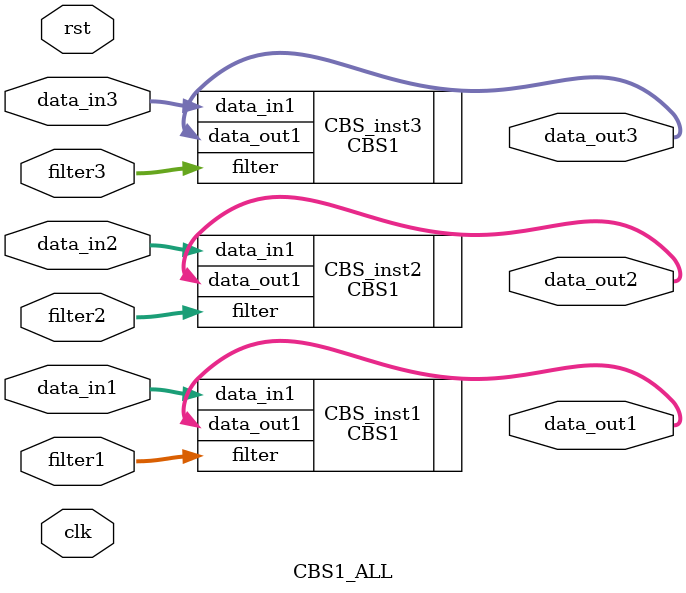
<source format=v>
`timescale 1ns / 1ps
module CBS1_ALL(
    input [239:0] data_in1,data_in2,data_in3,
    input [71:0] filter1,filter2,filter3,
    input clk,rst,
    output  [159:0] data_out1,data_out2,data_out3
    );

    CBS1 CBS_inst1(
        .data_in1(data_in1),
        .filter(filter1),
        .data_out1(data_out1)
    );
    CBS1 CBS_inst2(
        .data_in1(data_in2),
        .filter(filter2),
        .data_out1(data_out2)
    );

    CBS1 CBS_inst3(
        .data_in1(data_in3),
        .filter(filter3),
        .data_out1(data_out3)
    );
endmodule

</source>
